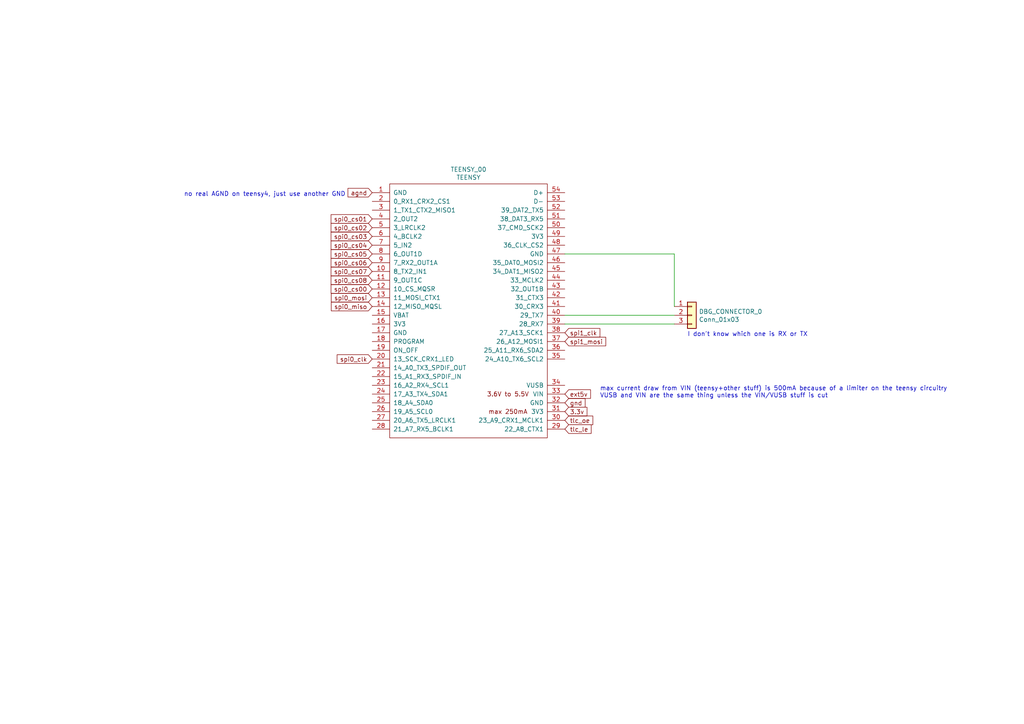
<source format=kicad_sch>
(kicad_sch (version 20230121) (generator eeschema)
  (paper "A4")
  (lib_symbols
    (symbol "Connector_Generic:Conn_01x03" (pin_names (offset 1.016) hide)
      (property "Reference" "J" (at 0 5.08 0))
      (property "Value" "Conn_01x03" (at 0 -5.08 0))
      (symbol "Conn_01x03_1_1"
        (rectangle (start -1.27 -2.413) (end 0 -2.667) (stroke (width 0.1524)))
        (rectangle (start -1.27 0.127) (end 0 -0.127) (stroke (width 0.1524)))
        (rectangle (start -1.27 2.667) (end 0 2.413) (stroke (width 0.1524)))
        (rectangle (start -1.27 3.81) (end 1.27 -3.81) (stroke (width 0.254)) (fill (type background)))
        (pin passive line (at -5.08 2.54 0) (length 3.81) (name "Pin_1") (number "1"))
        (pin passive line (at -5.08 0 0) (length 3.81) (name "Pin_2") (number "2"))
        (pin passive line (at -5.08 -2.54 0) (length 3.81) (name "Pin_3") (number "3"))
      )
    )
    (symbol "teensy:Teensy4.0" (pin_names (offset 1.016))
      (property "Reference" "U" (at 0 39.37 0))
      (property "Value" "Teensy4.0" (at 0 -39.37 0))
      (symbol "Teensy4.0_0_0"
        (text "3.6V to 5.5V" (at 11.43 -24.13 0) (effects (font (size 1.27 1.27))))
        (text "max 250mA" (at 11.43 -29.21 0) (effects (font (size 1.27 1.27))))
        (pin bidirectional line (at -27.94 11.43 0) (length 5.08) (name "8_TX2_IN1") (number "10"))
        (pin bidirectional line (at -27.94 8.89 0) (length 5.08) (name "9_OUT1C") (number "11"))
        (pin bidirectional line (at -27.94 6.35 0) (length 5.08) (name "10_CS_MQSR") (number "12"))
        (pin bidirectional line (at -27.94 3.81 0) (length 5.08) (name "11_MOSI_CTX1") (number "13"))
        (pin bidirectional line (at -27.94 1.27 0) (length 5.08) (name "12_MISO_MQSL") (number "14"))
        (pin power_in line (at -27.94 -1.27 0) (length 5.08) (name "VBAT") (number "15"))
        (pin power_in line (at -27.94 -3.81 0) (length 5.08) (name "3V3") (number "16"))
        (pin power_in line (at -27.94 -6.35 0) (length 5.08) (name "GND") (number "17"))
        (pin input line (at -27.94 -8.89 0) (length 5.08) (name "PROGRAM") (number "18"))
        (pin input line (at -27.94 -11.43 0) (length 5.08) (name "ON_OFF") (number "19"))
        (pin bidirectional line (at -27.94 -13.97 0) (length 5.08) (name "13_SCK_CRX1_LED") (number "20"))
        (pin bidirectional line (at -27.94 -16.51 0) (length 5.08) (name "14_A0_TX3_SPDIF_OUT") (number "21"))
        (pin bidirectional line (at -27.94 -19.05 0) (length 5.08) (name "15_A1_RX3_SPDIF_IN") (number "22"))
        (pin bidirectional line (at -27.94 -21.59 0) (length 5.08) (name "16_A2_RX4_SCL1") (number "23"))
        (pin bidirectional line (at -27.94 -24.13 0) (length 5.08) (name "17_A3_TX4_SDA1") (number "24"))
        (pin bidirectional line (at -27.94 -26.67 0) (length 5.08) (name "18_A4_SDA0") (number "25"))
        (pin bidirectional line (at -27.94 -29.21 0) (length 5.08) (name "19_A5_SCL0") (number "26"))
        (pin bidirectional line (at -27.94 -31.75 0) (length 5.08) (name "20_A6_TX5_LRCLK1") (number "27"))
        (pin bidirectional line (at -27.94 -34.29 0) (length 5.08) (name "21_A7_RX5_BCLK1") (number "28"))
        (pin bidirectional line (at 27.94 -34.29 180) (length 5.08) (name "22_A8_CTX1") (number "29"))
        (pin bidirectional line (at 27.94 -31.75 180) (length 5.08) (name "23_A9_CRX1_MCLK1") (number "30"))
        (pin power_out line (at 27.94 -29.21 180) (length 5.08) (name "3V3") (number "31"))
        (pin power_in line (at 27.94 -26.67 180) (length 5.08) (name "GND") (number "32"))
        (pin power_in line (at 27.94 -24.13 180) (length 5.08) (name "VIN") (number "33"))
        (pin power_out line (at 27.94 -21.59 180) (length 5.08) (name "VUSB") (number "34"))
        (pin bidirectional line (at 27.94 -13.97 180) (length 5.08) (name "24_A10_TX6_SCL2") (number "35"))
        (pin bidirectional line (at 27.94 -11.43 180) (length 5.08) (name "25_A11_RX6_SDA2") (number "36"))
        (pin bidirectional line (at 27.94 -8.89 180) (length 5.08) (name "26_A12_MOSI1") (number "37"))
        (pin bidirectional line (at 27.94 -6.35 180) (length 5.08) (name "27_A13_SCK1") (number "38"))
        (pin bidirectional line (at 27.94 -3.81 180) (length 5.08) (name "28_RX7") (number "39"))
        (pin bidirectional line (at 27.94 -1.27 180) (length 5.08) (name "29_TX7") (number "40"))
        (pin bidirectional line (at 27.94 1.27 180) (length 5.08) (name "30_CRX3") (number "41"))
        (pin bidirectional line (at 27.94 3.81 180) (length 5.08) (name "31_CTX3") (number "42"))
        (pin bidirectional line (at 27.94 6.35 180) (length 5.08) (name "32_OUT1B") (number "43"))
        (pin bidirectional line (at 27.94 8.89 180) (length 5.08) (name "33_MCLK2") (number "44"))
        (pin bidirectional line (at 27.94 11.43 180) (length 5.08) (name "34_DAT1_MISO2") (number "45"))
        (pin bidirectional line (at 27.94 13.97 180) (length 5.08) (name "35_DAT0_MOSI2") (number "46"))
        (pin power_out line (at 27.94 16.51 180) (length 5.08) (name "GND") (number "47"))
        (pin bidirectional line (at 27.94 19.05 180) (length 5.08) (name "36_CLK_CS2") (number "48"))
        (pin power_out line (at 27.94 21.59 180) (length 5.08) (name "3V3") (number "49"))
        (pin bidirectional line (at -27.94 24.13 0) (length 5.08) (name "3_LRCLK2") (number "5"))
        (pin bidirectional line (at 27.94 24.13 180) (length 5.08) (name "37_CMD_SCK2") (number "50"))
        (pin bidirectional line (at 27.94 26.67 180) (length 5.08) (name "38_DAT3_RX5") (number "51"))
        (pin bidirectional line (at 27.94 29.21 180) (length 5.08) (name "39_DAT2_TX5") (number "52"))
        (pin bidirectional line (at 27.94 31.75 180) (length 5.08) (name "D-") (number "53"))
        (pin bidirectional line (at 27.94 34.29 180) (length 5.08) (name "D+") (number "54"))
        (pin bidirectional line (at -27.94 21.59 0) (length 5.08) (name "4_BCLK2") (number "6"))
        (pin bidirectional line (at -27.94 19.05 0) (length 5.08) (name "5_IN2") (number "7"))
        (pin bidirectional line (at -27.94 16.51 0) (length 5.08) (name "6_OUT1D") (number "8"))
        (pin bidirectional line (at -27.94 13.97 0) (length 5.08) (name "7_RX2_OUT1A") (number "9"))
      )
      (symbol "Teensy4.0_0_1"
        (rectangle (start -22.86 36.83) (end 22.86 -36.83))
        (rectangle (start -20.32 -31.75) (end -20.32 -31.75))
      )
      (symbol "Teensy4.0_1_1"
        (pin power_in line (at -27.94 34.29 0) (length 5.08) (name "GND") (number "1"))
        (pin bidirectional line (at -27.94 31.75 0) (length 5.08) (name "0_RX1_CRX2_CS1") (number "2"))
        (pin bidirectional line (at -27.94 29.21 0) (length 5.08) (name "1_TX1_CTX2_MISO1") (number "3"))
        (pin bidirectional line (at -27.94 26.67 0) (length 5.08) (name "2_OUT2") (number "4"))
      )
    )
  )
  (wire (pts (xy 163.83 93.98) (xy 195.58 93.98)))
  (wire (pts (xy 163.83 73.66) (xy 195.58 73.66)))
  (wire (pts (xy 195.58 73.66) (xy 195.58 88.9)))
  (wire (pts (xy 163.83 91.44) (xy 195.58 91.44)))
  (text "max current draw from VIN (teensy+other stuff) is 500mA because of a limiter on the teensy circuitry\nVUSB and VIN are the same thing unless the VIN/VUSB stuff is cut" (at 173.99 115.57 0) (effects (font (size 1.27 1.27)) (justify left bottom)))
  (text "I don't know which one is RX or TX" (at 199.39 97.79 0) (effects (font (size 1.27 1.27)) (justify left bottom)))
  (text "no real AGND on teensy4, just use another GND" (at 53.34 57.15 0) (effects (font (size 1.27 1.27)) (justify left bottom)))
  (global_label "spi0_miso" (shape input) (at 107.95 88.9 180) (property "Intersheetrefs" "${INTERSHEET_REFS}" (effects hide)))
  (global_label "spi0_cs05" (shape input) (at 107.95 73.66 180) (property "Intersheetrefs" "${INTERSHEET_REFS}" (effects hide)))
  (global_label "tlc_le" (shape input) (at 163.83 124.46 0) (property "Intersheetrefs" "${INTERSHEET_REFS}" (effects hide)))
  (global_label "ext5v" (shape input) (at 163.83 114.3 0) (property "Intersheetrefs" "${INTERSHEET_REFS}" (effects hide)))
  (global_label "spi1_mosi" (shape input) (at 163.83 99.06 0) (property "Intersheetrefs" "${INTERSHEET_REFS}" (effects hide)))
  (global_label "3.3v" (shape input) (at 163.83 119.38 0) (property "Intersheetrefs" "${INTERSHEET_REFS}" (effects hide)))
  (global_label "spi0_cs04" (shape input) (at 107.95 71.12 180) (property "Intersheetrefs" "${INTERSHEET_REFS}" (effects hide)))
  (global_label "gnd" (shape input) (at 163.83 116.84 0) (property "Intersheetrefs" "${INTERSHEET_REFS}" (effects hide)))
  (global_label "spi1_clk" (shape input) (at 163.83 96.52 0) (property "Intersheetrefs" "${INTERSHEET_REFS}" (effects hide)))
  (global_label "tlc_oe" (shape input) (at 163.83 121.92 0) (property "Intersheetrefs" "${INTERSHEET_REFS}" (effects hide)))
  (global_label "spi0_cs07" (shape input) (at 107.95 78.74 180) (property "Intersheetrefs" "${INTERSHEET_REFS}" (effects hide)))
  (global_label "spi0_cs03" (shape input) (at 107.95 68.58 180) (property "Intersheetrefs" "${INTERSHEET_REFS}" (effects hide)))
  (global_label "spi0_mosi" (shape input) (at 107.95 86.36 180) (property "Intersheetrefs" "${INTERSHEET_REFS}" (effects hide)))
  (global_label "spi0_cs01" (shape input) (at 107.95 63.5 180) (property "Intersheetrefs" "${INTERSHEET_REFS}" (effects hide)))
  (global_label "agnd" (shape input) (at 107.95 55.88 180) (property "Intersheetrefs" "${INTERSHEET_REFS}" (effects hide)))
  (global_label "spi0_cs00" (shape input) (at 107.95 83.82 180) (property "Intersheetrefs" "${INTERSHEET_REFS}" (effects hide)))
  (global_label "spi0_clk" (shape input) (at 107.95 104.14 180) (property "Intersheetrefs" "${INTERSHEET_REFS}" (effects hide)))
  (global_label "spi0_cs02" (shape input) (at 107.95 66.04 180) (property "Intersheetrefs" "${INTERSHEET_REFS}" (effects hide)))
  (global_label "spi0_cs06" (shape input) (at 107.95 76.2 180) (property "Intersheetrefs" "${INTERSHEET_REFS}" (effects hide)))
  (global_label "spi0_cs08" (shape input) (at 107.95 81.28 180) (property "Intersheetrefs" "${INTERSHEET_REFS}" (effects hide)))
  (symbol (lib_id "teensy:Teensy4.0") (at 135.89 90.17 0) (unit 1)
    (property "Reference" "TEENSY_00" (at 135.89 49.149 0))
    (property "Value" "TEENSY" (at 135.89 51.4604 0))
    (property "Footprint" "teensy:Teensy40_SMT" (effects hide))
  )
  (symbol (lib_id "Connector_Generic:Conn_01x03") (at 200.66 91.44 0) (unit 1)
    (property "Reference" "DBG_CONNECTOR_0" (at 202.692 90.3732 0) (effects (justify left)))
    (property "Value" "Conn_01x03" (at 202.692 92.6846 0) (effects (justify left)))
    (property "Footprint" "Connector_PinSocket_2.54mm:PinSocket_1x03_P2.54mm_Vertical" (effects hide))
  )
)
</source>
